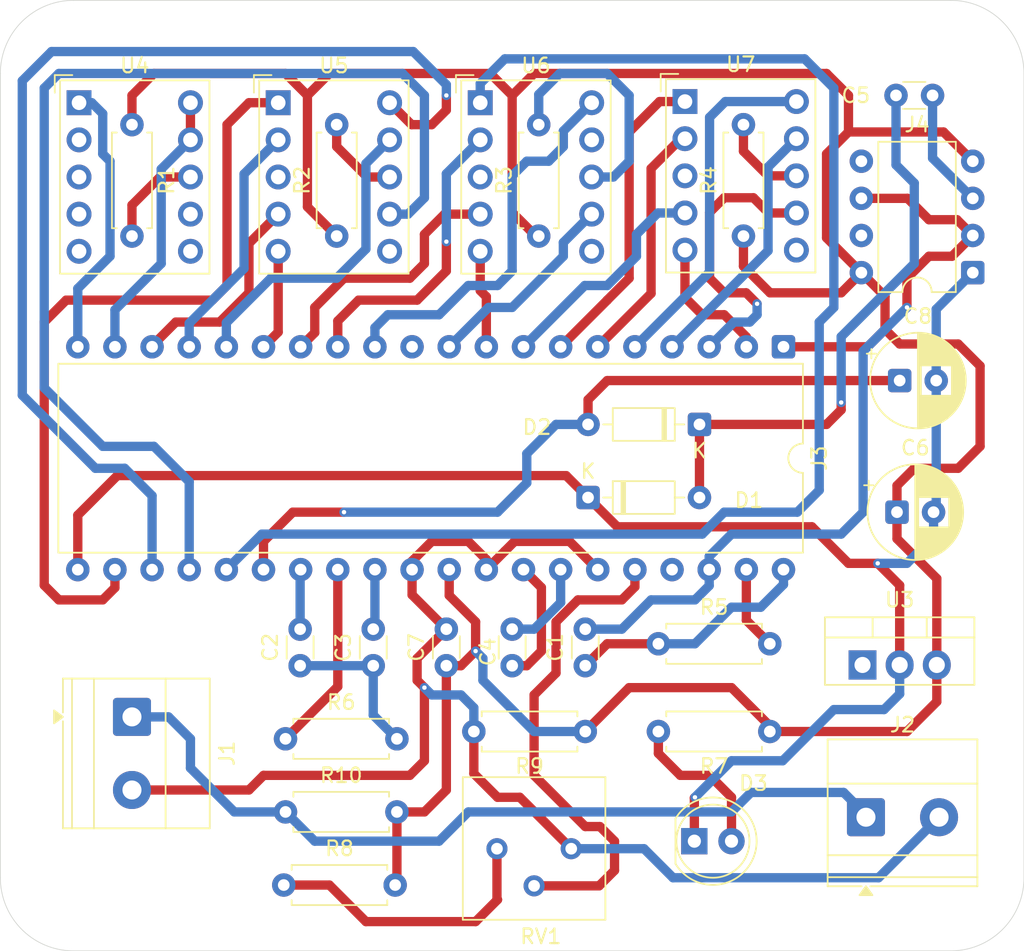
<source format=kicad_pcb>
(kicad_pcb (version 20241229) (generator "pcbnew") (generator_version "9.0")
  (title_block (title "Digital Voltmeter - 2nd Iteration") (date "2025-10-20") (rev "1.0"))
  (layers (0 "F.Cu" signal) (2 "B.Cu" signal) (13 "F.Paste" user) (15 "B.Paste" user) (5 "F.SilkS" user "F.Silkscreen") (7 "B.SilkS" user "B.Silkscreen") (1 "F.Mask" user) (3 "B.Mask" user) (25 "Edge.Cuts" user))
  (net 0 "")
  (net 1 "Net-(D1-A)")
  (net 2 "GND")
  (net 3 "Net-(D2-A)")
  (net 4 "/+5V")
  (net 5 "VCC")
  (net 6 "/ab4")
  (net 9 "/f4")
  (net 10 "Net-(R1-Pad2)")
  (net 12 "/g4")
  (net 16 "/g3")
  (net 17 "/f3")
  (net 19 "/e3")
  (net 20 "/c3")
  (net 21 "/b3")
  (net 22 "/d3")
  (net 23 "Net-(R2-Pad2)")
  (net 24 "/a3")
  (net 25 "/b2")
  (net 27 "/f2")
  (net 28 "/g2")
  (net 29 "/d2")
  (net 30 "/e2")
  (net 31 "/a2")
  (net 32 "Net-(R3-Pad2)")
  (net 33 "/c2")
  (net 34 "/a1")
  (net 35 "/c1")
  (net 36 "/e1")
  (net 37 "/g1")
  (net 38 "/f1")
  (net 40 "/b1")
  (net 41 "/d1")
  (net 42 "Net-(R4-Pad2)")
  (net 44 "Net-(J3-Pin_39)")
  (net 45 "Net-(J3-Pin_40)")
  (net 46 "Net-(C2-Pad1)")
  (net 47 "Net-(J3-Pin_28)")
  (net 48 "Net-(D3-A)")
  (net 49 "Net-(R8-Pad2)")
  (net 50 "Net-(J1-Pin_2)")
  (net 51 "Net-(J1-Pin_1)")
  (net 52 "/cl")
  (net 53 "Net-(J3-Pin_27)")
  (net 54 "Net-(J3-Pin_29)")
  (net 55 "Net-(J3-Pin_33)")
  (net 56 "Net-(J3-Pin_34)")
  (net 57 "Net-(J4-Pin_3)")
  (net 59 "Net-(J3-Pin_36)")
  (footprint "Package_TO_SOT_THT:TO-220-3_Vertical" (layer "F.Cu") (at 173.46 114.95)
    (property "Reference" "U3")
    (property "Value" "LM7805_TO220")
  )
  (footprint "Capacitor_THT:CP_Radial_D6.3mm_P2.50mm" (layer "F.Cu") (at 176 95.5)
    (property "Reference" "C8")
    (property "Value" "10uF")
  )
  (footprint "Resistor_THT:R_Axial_DIN0207_L6.3mm_D2.5mm_P7.62mm_Horizontal" (layer "F.Cu") (at 154.5 119.5 180)
    (property "Reference" "R9")
    (property "Value" "10K")
  )
  (footprint "Resistor_THT:R_Axial_DIN0207_L6.3mm_D2.5mm_P7.62mm_Horizontal" (layer "F.Cu") (at 137.5 85.62 90)
    (property "Reference" "R2")
    (property "Value" "1K")
  )
  (footprint "TerminalBlock_Phoenix:TerminalBlock_Phoenix_MKDS-1,5-2_1x02_P5.00mm_Horizontal" (layer "F.Cu") (at 123.5 118.5 -90)
    (property "Reference" "J1")
    (property "Value" "Screw_Terminal_01x02")
  )
  (footprint "Capacitor_THT:C_Disc_D3.0mm_W1.6mm_P2.50mm" (layer "F.Cu") (at 145 115 90)
    (property "Reference" "C7")
    (property "Value" "100nF")
  )
  (footprint "LED_THT:LED_D5.0mm" (layer "F.Cu") (at 161.96 127)
    (property "Reference" "D3")
    (property "Value" "LED")
  )
  (footprint "Resistor_THT:R_Axial_DIN0207_L6.3mm_D2.5mm_P7.62mm_Horizontal" (layer "F.Cu") (at 159.5 113.5)
    (property "Reference" "R5")
    (property "Value" "120K")
  )
  (footprint "Display_7Segment:Sx39-1xxxxx" (layer "F.Cu") (at 147.3175 76.5)
    (property "Reference" "U6")
    (property "Value" "SA39-11EWA")
  )
  (footprint "Resistor_THT:R_Axial_DIN0207_L6.3mm_D2.5mm_P7.62mm_Horizontal" (layer "F.Cu") (at 141.62 120 180)
    (property "Reference" "R6")
    (property "Value" "47K")
  )
  (footprint "Capacitor_THT:C_Disc_D3.0mm_W1.6mm_P2.50mm" (layer "F.Cu") (at 178.25 76 180)
    (property "Reference" "C5")
    (property "Value" "100nF")
  )
  (footprint "Display_7Segment:Sx39-1xxxxx" (layer "F.Cu") (at 133.5 76.5)
    (property "Reference" "U5")
    (property "Value" "SA39-11EWA")
  )
  (footprint "Resistor_THT:R_Axial_DIN0207_L6.3mm_D2.5mm_P7.62mm_Horizontal" (layer "F.Cu") (at 141.5 130 180)
    (property "Reference" "R8")
    (property "Value" "22K" (hide yes))
  )
  (footprint "Resistor_THT:R_Axial_DIN0207_L6.3mm_D2.5mm_P7.62mm_Horizontal" (layer "F.Cu") (at 141.62 125 180)
    (property "Reference" "R10")
    (property "Value" "1M")
  )
  (footprint "Resistor_THT:R_Axial_DIN0207_L6.3mm_D2.5mm_P7.62mm_Horizontal" (layer "F.Cu") (at 123.5 78 -90)
    (property "Reference" "R1")
    (property "Value" "1K")
  )
  (footprint "Capacitor_THT:C_Disc_D3.0mm_W1.6mm_P2.50mm" (layer "F.Cu") (at 135 115 90)
    (property "Reference" "C2")
    (property "Value" "220nF")
  )
  (footprint "Resistor_THT:R_Axial_DIN0207_L6.3mm_D2.5mm_P7.62mm_Horizontal" (layer "F.Cu") (at 165.3175 85.62 90)
    (property "Reference" "R4")
    (property "Value" "1K")
  )
  (footprint "Resistor_THT:R_Axial_DIN0207_L6.3mm_D2.5mm_P7.62mm_Horizontal" (layer "F.Cu") (at 167.12 119.5 180)
    (property "Reference" "R7")
    (property "Value" "1K")
  )
  (footprint "Potentiometer_THT:Potentiometer_Bourns_3386P_Vertical" (layer "F.Cu") (at 148.46 127.515 -90)
    (property "Reference" "RV1")
    (property "Value" "5K")
  )
  (footprint "Capacitor_THT:C_Disc_D3.0mm_W1.6mm_P2.50mm" (layer "F.Cu") (at 149.5 115 90)
    (property "Reference" "C4")
    (property "Value" "100nF")
  )
  (footprint "Capacitor_THT:C_Disc_D3.0mm_W1.6mm_P2.50mm" (layer "F.Cu") (at 154.5 115 90)
    (property "Reference" "C1")
    (property "Value" "100pF")
  )
  (footprint "TerminalBlock_Phoenix:TerminalBlock_Phoenix_MKDS-1,5-2_1x02_P5.00mm_Horizontal" (layer "F.Cu") (at 173.695 125.3625)
    (property "Reference" "J2")
    (property "Value" "Screw_Terminal_01x02")
  )
  (footprint "Package_DIP:DIP-40_W15.24mm" (layer "F.Cu") (at 168.055 93.19 -90)
    (property "Reference" "J3")
    (property "Value" "ICL_7107_Conn_02x20_Counter_Clockwise")
  )
  (footprint "Capacitor_THT:CP_Radial_D6.3mm_P2.50mm" (layer "F.Cu") (at 175.817621 104.5)
    (property "Reference" "C6")
    (property "Value" "10uF")
  )
  (footprint "Package_DIP:DIP-8_W7.62mm" (layer "F.Cu") (at 181 88.12 180)
    (property "Reference" "J4")
    (property "Value" "LM555_Conn_02x04_Counter_Clockwise")
  )
  (footprint "Display_7Segment:Sx39-1xxxxx" (layer "F.Cu") (at 161.3175 76.42)
    (property "Reference" "U7")
    (property "Value" "SA39-11EWA")
  )
  (footprint "Diode_THT:D_DO-35_SOD27_P7.62mm_Horizontal" (layer "F.Cu") (at 154.69 103.5)
    (property "Reference" "D1")
    (property "Value" "1N4148")
  )
  (footprint "Capacitor_THT:C_Disc_D3.0mm_W1.6mm_P2.50mm" (layer "F.Cu") (at 140 115 90)
    (property "Reference" "C3")
    (property "Value" "47nF")
  )
  (footprint "Diode_THT:D_DO-35_SOD27_P7.62mm_Horizontal" (layer "F.Cu") (at 162.31 98.5 180)
    (property "Reference" "D2")
    (property "Value" "1N4148")
  )
  (footprint "Resistor_THT:R_Axial_DIN0207_L6.3mm_D2.5mm_P7.62mm_Horizontal" (layer "F.Cu") (at 151.3175 85.62 90)
    (property "Reference" "R3")
    (property "Value" "1K")
  )
  (footprint "Display_7Segment:Sx39-1xxxxx" (layer "F.Cu") (at 119.88 76.5)
    (property "Reference" "U4")
    (property "Value" "SA39-11EWA")
  )
  (gr_arc (start 119.5 134.5) (mid 115.964466 133.035534) (end 114.5 129.5) (stroke (width 0.05)) (layer "Edge.Cuts"))
  (gr_line (start 119.5 134.5) (end 179.5 134.5) (stroke (width 0.05)) (layer "Edge.Cuts"))
  (gr_line (start 114.5 129.5) (end 114.5 74.5) (stroke (width 0.05)) (layer "Edge.Cuts"))
  (gr_arc (start 184.5 129.5) (mid 183.035534 133.035534) (end 179.5 134.5) (stroke (width 0.05)) (layer "Edge.Cuts"))
  (gr_arc (start 114.5 74.5) (mid 115.964466 70.964466) (end 119.5 69.5) (stroke (width 0.05)) (layer "Edge.Cuts"))
  (gr_line (start 184.5 129.5) (end 184.5 74.5) (stroke (width 0.05)) (layer "Edge.Cuts"))
  (gr_arc (start 179.5 69.5) (mid 183.035534 70.964466) (end 184.5 74.5) (stroke (width 0.05)) (layer "Edge.Cuts"))
  (gr_line (start 119.5 69.5) (end 179.5 69.5) (stroke (width 0.05)) (layer "Edge.Cuts"))
  (segment (start 171 98.5) (end 162.31 98.5) (width 0.635) (layer "F.Cu") (net 1))
  (segment (start 162.31 98.5) (end 162.31 103.5) (width 0.635) (layer "F.Cu") (net 1))
  (segment (start 172 97.5) (end 171 98.5) (width 0.635) (layer "F.Cu") (net 1))
  (segment (start 172 97) (end 172 97.5) (width 0.635) (layer "F.Cu") (net 1))
  (via (at 172 97) (size 0.5) (drill 0.3) (layers "F.Cu" "B.Cu") (net 1))
  (segment (start 175.75 76) (end 175.75 80.75) (width 0.635) (layer "B.Cu") (net 1))
  (segment (start 172 92.5) (end 172 97) (width 0.635) (layer "B.Cu") (net 1))
  (segment (start 175.75 80.75) (end 177 82) (width 0.635) (layer "B.Cu") (net 1))
  (segment (start 177 82) (end 177 87.5) (width 0.635) (layer "B.Cu") (net 1))
  (segment (start 177 87.5) (end 172 92.5) (width 0.635) (layer "B.Cu") (net 1))
  (segment (start 174.5 108) (end 176 109.5) (width 0.635) (layer "F.Cu") (net 2))
  (segment (start 119.795 108.43) (end 119.795 104.705) (width 0.635) (layer "F.Cu") (net 2))
  (segment (start 176 109.5) (end 176 114.95) (width 0.635) (layer "F.Cu") (net 2))
  (segment (start 161.96 127) (end 161.96 124.04) (width 0.635) (layer "F.Cu") (net 2))
  (segment (start 154.69 103.5) (end 156.69 105.5) (width 0.635) (layer "F.Cu") (net 2))
  (segment (start 119.795 104.705) (end 122.5 102) (width 0.635) (layer "F.Cu") (net 2))
  (segment (start 161.96 124.04) (end 162 124) (width 0.635) (layer "F.Cu") (net 2))
  (segment (start 122.5 102) (end 153.19 102) (width 0.635) (layer "F.Cu") (net 2))
  (segment (start 172.5 108) (end 174.5 108) (width 0.635) (layer "F.Cu") (net 2))
  (segment (start 156.69 105.5) (end 170 105.5) (width 0.635) (layer "F.Cu") (net 2))
  (segment (start 170 105.5) (end 172.5 108) (width 0.635) (layer "F.Cu") (net 2))
  (segment (start 153.19 102) (end 154.69 103.5) (width 0.635) (layer "F.Cu") (net 2))
  (via (at 174.5 108) (size 0.5) (drill 0.3) (layers "F.Cu" "B.Cu") (net 2))
  (via (at 162 124) (size 0.5) (drill 0.3) (layers "F.Cu" "B.Cu") (net 2))
  (segment (start 178.317621 106.182379) (end 176.5 108) (width 0.635) (layer "B.Cu") (net 2))
  (segment (start 178.5 90.62) (end 181 88.12) (width 0.635) (layer "B.Cu") (net 2))
  (segment (start 178.5 95.5) (end 178.5 90.62) (width 0.635) (layer "B.Cu") (net 2))
  (segment (start 178.5 104.317621) (end 178.317621 104.5) (width 0.635) (layer "B.Cu") (net 2))
  (segment (start 162 124) (end 164.5 121.5) (width 0.635) (layer "B.Cu") (net 2))
  (segment (start 178.317621 104.5) (end 178.317621 106.182379) (width 0.635) (layer "B.Cu") (net 2))
  (segment (start 178.5 95.5) (end 178.5 104.317621) (width 0.635) (layer "B.Cu") (net 2))
  (segment (start 168 121.5) (end 171.5 118) (width 0.635) (layer "B.Cu") (net 2))
  (segment (start 174.931 118) (end 176 116.931) (width 0.635) (layer "B.Cu") (net 2))
  (segment (start 171.5 118) (end 174.931 118) (width 0.635) (layer "B.Cu") (net 2))
  (segment (start 164.5 121.5) (end 168 121.5) (width 0.635) (layer "B.Cu") (net 2))
  (segment (start 176.5 108) (end 174.5 108) (width 0.635) (layer "B.Cu") (net 2))
  (segment (start 176 116.931) (end 176 114.95) (width 0.635) (layer "B.Cu") (net 2))
  (segment (start 154.69 96.81) (end 154.69 98.5) (width 0.635) (layer "F.Cu") (net 3))
  (segment (start 132.495 106.505) (end 132.495 108.43) (width 0.635) (layer "F.Cu") (net 3))
  (segment (start 134.5 104.5) (end 132.495 106.505) (width 0.635) (layer "F.Cu") (net 3))
  (segment (start 138 104.5) (end 134.5 104.5) (width 0.635) (layer "F.Cu") (net 3))
  (segment (start 156 95.5) (end 154.69 96.81) (width 0.635) (layer "F.Cu") (net 3))
  (segment (start 176 95.5) (end 156 95.5) (width 0.635) (layer "F.Cu") (net 3))
  (via (at 138 104.5) (size 0.5) (drill 0.3) (layers "F.Cu" "B.Cu") (net 3))
  (segment (start 148.5 104.5) (end 150.5 102.5) (width 0.635) (layer "B.Cu") (net 3))
  (segment (start 152.5 98.5) (end 154.69 98.5) (width 0.635) (layer "B.Cu") (net 3))
  (segment (start 150.5 102.5) (end 150.5 100.5) (width 0.635) (layer "B.Cu") (net 3))
  (segment (start 150.5 100.5) (end 152.5 98.5) (width 0.635) (layer "B.Cu") (net 3))
  (segment (start 138 104.5) (end 148.5 104.5) (width 0.635) (layer "B.Cu") (net 3))
  (segment (start 146 115) (end 145 115) (width 0.635) (layer "F.Cu") (net 4))
  (segment (start 135.5 83.62) (end 135.5 76) (width 0.635) (layer "F.Cu") (net 4))
  (segment (start 151.12 85.62) (end 151.3175 85.62) (width 0.635) (layer "F.Cu") (net 4))
  (segment (start 137.5 85.62) (end 135.5 83.62) (width 0.635) (layer "F.Cu") (net 4))
  (segment (start 123.5 76) (end 125 74.5) (width 0.635) (layer "F.Cu") (net 4))
  (segment (start 175 92) (end 175 89.74) (width 0.635) (layer "F.Cu") (net 4))
  (segment (start 175.817621 102.682379) (end 177 101.5) (width 0.635) (layer "F.Cu") (net 4))
  (segment (start 145 123.5) (end 145 115) (width 0.635) (layer "F.Cu") (net 4))
  (segment (start 168.055 93.19) (end 173.81 93.19) (width 0.635) (layer "F.Cu") (net 4))
  (segment (start 154.5 119.5) (end 157.5 116.5) (width 0.635) (layer "F.Cu") (net 4))
  (segment (start 141.62 125) (end 143.5 125) (width 0.635) (layer "F.Cu") (net 4))
  (segment (start 157.5 116.5) (end 164.5 116.5) (width 0.635) (layer "F.Cu") (net 4))
  (segment (start 149.5 76) (end 149.5 84) (width 0.635) (layer "F.Cu") (net 4))
  (segment (start 134 74.5) (end 135.5 76) (width 0.635) (layer "F.Cu") (net 4))
  (segment (start 164.5 116.5) (end 167.12 119.12) (width 0.635) (layer "F.Cu") (net 4))
  (segment (start 167.12 119.12) (end 167.12 119.5) (width 0.635) (layer "F.Cu") (net 4))
  (segment (start 147 112) (end 147 114) (width 0.635) (layer "F.Cu") (net 4))
  (segment (start 177 101.5) (end 180 101.5) (width 0.635) (layer "F.Cu") (net 4))
  (segment (start 171 85.74) (end 171 80) (width 0.635) (layer "F.Cu") (net 4))
  (segment (start 178.54 117.46) (end 178.54 114.95) (width 0.635) (layer "F.Cu") (net 4))
  (segment (start 165.3175 87.6825) (end 165.3175 85.62) (width 0.635) (layer "F.Cu") (net 4))
  (segment (start 171 80) (end 172.5 78.5) (width 0.635) (layer "F.Cu") (net 4))
  (segment (start 176.5 119.5) (end 178.54 117.46) (width 0.635) (layer "F.Cu") (net 4))
  (segment (start 180 101.5) (end 181.5 100) (width 0.635) (layer "F.Cu") (net 4))
  (segment (start 151 74.5) (end 171 74.5) (width 0.635) (layer "F.Cu") (net 4))
  (segment (start 125 74.5) (end 134 74.5) (width 0.635) (layer "F.Cu") (net 4))
  (segment (start 178.54 114.95) (end 178.54 109.04) (width 0.635) (layer "F.Cu") (net 4))
  (segment (start 141.62 129.88) (end 141.5 130) (width 0.635) (layer "F.Cu") (net 4))
  (segment (start 171 74.5) (end 172.5 76) (width 0.635) (layer "F.Cu") (net 4))
  (segment (start 149.5 76) (end 151 74.5) (width 0.635) (layer "F.Cu") (net 4))
  (segment (start 145.195 108.43) (end 145.195 110.195) (width 0.635) (layer "F.Cu") (net 4))
  (segment (start 148 74.5) (end 149.5 76) (width 0.635) (layer "F.Cu") (net 4))
  (segment (start 181.5 100) (end 181.5 94.5) (width 0.635) (layer "F.Cu") (net 4))
  (segment (start 173.81 93.19) (end 175 92) (width 0.635) (layer "F.Cu") (net 4))
  (segment (start 173.38 88.12) (end 171 85.74) (width 0.635) (layer "F.Cu") (net 4))
  (segment (start 141.62 125) (end 141.62 129.88) (width 0.635) (layer "F.Cu") (net 4))
  (segment (start 165.3175 87.6825) (end 167.135 89.5) (width 0.635) (layer "F.Cu") (net 4))
  (segment (start 179 78.5) (end 181 80.5) (width 0.635) (layer "F.Cu") (net 4))
  (segment (start 175 89.74) (end 173.38 88.12) (width 0.635) (layer "F.Cu") (net 4))
  (segment (start 149.5 84) (end 151.12 85.62) (width 0.635) (layer "F.Cu") (net 4))
  (segment (start 123.5 78) (end 123.5 76) (width 0.635) (layer "F.Cu") (net 4))
  (segment (start 176 93) (end 175 92) (width 0.635) (layer "F.Cu") (net 4))
  (segment (start 181.5 94.5) (end 180 93) (width 0.635) (layer "F.Cu") (net 4))
  (segment (start 175.817621 104.5) (end 175.817621 102.682379) (width 0.635) (layer "F.Cu") (net 4))
  (segment (start 137 74.5) (end 148 74.5) (width 0.635) (layer "F.Cu") (net 4))
  (segment (start 167.12 119.5) (end 176.5 119.5) (width 0.635) (layer "F.Cu") (net 4))
  (segment (start 175.817621 106.317621) (end 175.817621 104.5) (width 0.635) (layer "F.Cu") (net 4))
  (segment (start 167.135 89.5) (end 172 89.5) (width 0.635) (layer "F.Cu") (net 4))
  (segment (start 172.5 78.5) (end 179 78.5) (width 0.635) (layer "F.Cu") (net 4))
  (segment (start 135.5 76) (end 137 74.5) (width 0.635) (layer "F.Cu") (net 4))
  (segment (start 172 89.5) (end 173.38 88.12) (width 0.635) (layer "F.Cu") (net 4))
  (segment (start 180 93) (end 176 93) (width 0.635) (layer "F.Cu") (net 4))
  (segment (start 145.195 110.195) (end 147 112) (width 0.635) (layer "F.Cu") (net 4))
  (segment (start 172.5 76) (end 172.5 78.5) (width 0.635) (layer "F.Cu") (net 4))
  (segment (start 147 114) (end 146 115) (width 0.635) (layer "F.Cu") (net 4))
  (segment (start 143.5 125) (end 145 123.5) (width 0.635) (layer "F.Cu") (net 4))
  (segment (start 178.54 109.04) (end 175.817621 106.317621) (width 0.635) (layer "F.Cu") (net 4))
  (via (at 147 114) (size 0.5) (drill 0.3) (layers "F.Cu" "B.Cu") (net 4))
  (segment (start 147.5 114.5) (end 147.5 116) (width 0.635) (layer "B.Cu") (net 4))
  (segment (start 147.5 116) (end 151 119.5) (width 0.635) (layer "B.Cu") (net 4))
  (segment (start 147 114) (end 147.5 114.5) (width 0.635) (layer "B.Cu") (net 4))
  (segment (start 151 119.5) (end 154.5 119.5) (width 0.635) (layer "B.Cu") (net 4))
  (segment (start 127.5 76.5) (end 127.5 79.04) (width 0.635) (layer "F.Cu") (net 6))
  (segment (start 122.335 90.665001) (end 122.335 93.19) (width 0.635) (layer "B.Cu") (net 6))
  (segment (start 127.5 79.04) (end 125.5 81.04) (width 0.635) (layer "B.Cu") (net 6))
  (segment (start 125.5 81.04) (end 125.5 87.500001) (width 0.635) (layer "B.Cu") (net 6))
  (segment (start 125.5 87.500001) (end 122.335 90.665001) (width 0.635) (layer "B.Cu") (net 6))
  (segment (start 123.5 85.62) (end 123.5 83.5) (width 0.635) (layer "F.Cu") (net 10))
  (segment (start 123.5 83.5) (end 125.42 81.58) (width 0.635) (layer "F.Cu") (net 10))
  (segment (start 125.42 81.58) (end 127.5 81.58) (width 0.635) (layer "F.Cu") (net 10))
  (segment (start 122 80.5) (end 122 87) (width 0.635) (layer "B.Cu") (net 12))
  (segment (start 119.795 89.205) (end 119.795 93.19) (width 0.635) (layer "B.Cu") (net 12))
  (segment (start 119.88 76.5) (end 120.75 76.5) (width 0.635) (layer "B.Cu") (net 12))
  (segment (start 121.5 77.25) (end 121.5 80) (width 0.635) (layer "B.Cu") (net 12))
  (segment (start 120.75 76.5) (end 121.5 77.25) (width 0.635) (layer "B.Cu") (net 12))
  (segment (start 122 87) (end 119.795 89.205) (width 0.635) (layer "B.Cu") (net 12))
  (segment (start 121.5 80) (end 122 80.5) (width 0.635) (layer "B.Cu") (net 12))
  (segment (start 117.5 109.5) (end 118.5 110.5) (width 0.635) (layer "F.Cu") (net 16))
  (segment (start 122.335 109.665) (end 122.335 108.43) (width 0.635) (layer "F.Cu") (net 16))
  (segment (start 119 90) (end 117.5 91.5) (width 0.635) (layer "F.Cu") (net 16))
  (segment (start 131.5 76.5) (end 130 78) (width 0.635) (layer "F.Cu") (net 16))
  (segment (start 117.5 91.5) (end 117.5 109.5) (width 0.635) (layer "F.Cu") (net 16))
  (segment (start 129 90) (end 119 90) (width 0.635) (layer "F.Cu") (net 16))
  (segment (start 118.5 110.5) (end 121.5 110.5) (width 0.635) (layer "F.Cu") (net 16))
  (segment (start 130 89) (end 129 90) (width 0.635) (layer "F.Cu") (net 16))
  (segment (start 130 78) (end 130 89) (width 0.635) (layer "F.Cu") (net 16))
  (segment (start 121.5 110.5) (end 122.335 109.665) (width 0.635) (layer "F.Cu") (net 16))
  (segment (start 133.5 76.5) (end 131.5 76.5) (width 0.635) (layer "F.Cu") (net 16))
  (segment (start 131.164 87.836) (end 127.415 91.585) (width 0.635) (layer "B.Cu") (net 17))
  (segment (start 127.415 91.585) (end 127.415 93.19) (width 0.635) (layer "B.Cu") (net 17))
  (segment (start 133.5 79.04) (end 131.164 81.376) (width 0.635) (layer "B.Cu") (net 17))
  (segment (start 131.164 81.376) (end 131.164 87.836) (width 0.635) (layer "B.Cu") (net 17))
  (segment (start 126.5 91.5) (end 129.5 91.5) (width 0.635) (layer "F.Cu") (net 19))
  (segment (start 124.875 93.125) (end 126.5 91.5) (width 0.635) (layer "F.Cu") (net 19))
  (segment (start 129.5 91.5) (end 131.5 89.5) (width 0.635) (layer "F.Cu") (net 19))
  (segment (start 124.875 93.19) (end 124.875 93.125) (width 0.635) (layer "F.Cu") (net 19))
  (segment (start 131.5 86.12) (end 133.5 84.12) (width 0.635) (layer "F.Cu") (net 19))
  (segment (start 131.5 89.5) (end 131.5 86.12) (width 0.635) (layer "F.Cu") (net 19))
  (segment (start 142 74.5) (end 143.5 76) (width 0.635) (layer "B.Cu") (net 20))
  (segment (start 127.415 102.414999) (end 125.000001 100) (width 0.635) (layer "B.Cu") (net 20))
  (segment (start 143.5 83) (end 142.38 84.12) (width 0.635) (layer "B.Cu") (net 20))
  (segment (start 118.5 74.5) (end 142 74.5) (width 0.635) (layer "B.Cu") (net 20))
  (segment (start 127.415 108.43) (end 127.415 102.414999) (width 0.635) (layer "B.Cu") (net 20))
  (segment (start 117.5 96) (end 117.5 75.5) (width 0.635) (layer "B.Cu") (net 20))
  (segment (start 117.5 75.5) (end 118.5 74.5) (width 0.635) (layer "B.Cu") (net 20))
  (segment (start 143.5 76) (end 143.5 83) (width 0.635) (layer "B.Cu") (net 20))
  (segment (start 125.000001 100) (end 121.5 100) (width 0.635) (layer "B.Cu") (net 20))
  (segment (start 121.5 100) (end 117.5 96) (width 0.635) (layer "B.Cu") (net 20))
  (segment (start 142.38 84.12) (end 141.12 84.12) (width 0.635) (layer "B.Cu") (net 20))
  (segment (start 141.12 79.04) (end 139.5 80.66) (width 0.635) (layer "B.Cu") (net 21))
  (segment (start 139.5 80.66) (end 139.5 86.5) (width 0.635) (layer "B.Cu") (net 21))
  (segment (start 129.955 91.545) (end 129.955 93.19) (width 0.635) (layer "B.Cu") (net 21))
  (segment (start 137.5 88.5) (end 133 88.5) (width 0.635) (layer "B.Cu") (net 21))
  (segment (start 139.5 86.5) (end 137.5 88.5) (width 0.635) (layer "B.Cu") (net 21))
  (segment (start 133 88.5) (end 129.955 91.545) (width 0.635) (layer "B.Cu") (net 21))
  (segment (start 133.5 92.185) (end 133.5 86.66) (width 0.635) (layer "F.Cu") (net 22))
  (segment (start 132.495 93.19) (end 133.5 92.185) (width 0.635) (layer "F.Cu") (net 22))
  (segment (start 137.5 79.5) (end 139.58 81.58) (width 0.635) (layer "F.Cu") (net 23))
  (segment (start 139.58 81.58) (end 141.12 81.58) (width 0.635) (layer "F.Cu") (net 23))
  (segment (start 137.5 78) (end 137.5 79.5) (width 0.635) (layer "F.Cu") (net 23))
  (segment (start 145 77) (end 144 78) (width 0.635) (layer "F.Cu") (net 24))
  (segment (start 142.62 78) (end 141.12 76.5) (width 0.635) (layer "F.Cu") (net 24))
  (segment (start 145 76) (end 145 77) (width 0.635) (layer "F.Cu") (net 24))
  (segment (start 144 78) (end 142.62 78) (width 0.635) (layer "F.Cu") (net 24))
  (via (at 145 76) (size 0.5) (drill 0.3) (layers "F.Cu" "B.Cu") (net 24))
  (segment (start 121 101.5) (end 116 96.5) (width 0.635) (layer "B.Cu") (net 24))
  (segment (start 145 75.2675) (end 145 76) (width 0.635) (layer "B.Cu") (net 24))
  (segment (start 116 75) (end 118 73) (width 0.635) (layer "B.Cu") (net 24))
  (segment (start 142.7325 73) (end 145 75.2675) (width 0.635) (layer "B.Cu") (net 24))
  (segment (start 124.875 108.43) (end 124.875 103.375) (width 0.635) (layer "B.Cu") (net 24))
  (segment (start 118 73) (end 142.7325 73) (width 0.635) (layer "B.Cu") (net 24))
  (segment (start 124.875 103.375) (end 123 101.5) (width 0.635) (layer "B.Cu") (net 24))
  (segment (start 116 96.5) (end 116 75) (width 0.635) (layer "B.Cu") (net 24))
  (segment (start 123 101.5) (end 121 101.5) (width 0.635) (layer "B.Cu") (net 24))
  (segment (start 143 90) (end 145 88) (width 0.635) (layer "F.Cu") (net 27))
  (segment (start 137.575 91.425) (end 139 90) (width 0.635) (layer "F.Cu") (net 27))
  (segment (start 137.575 93.19) (end 137.575 91.425) (width 0.635) (layer "F.Cu") (net 27))
  (segment (start 139 90) (end 143 90) (width 0.635) (layer "F.Cu") (net 27))
  (segment (start 145 88) (end 145 86) (width 0.635) (layer "F.Cu") (net 27))
  (via (at 145 86) (size 0.6) (drill 0.3) (layers "F.Cu" "B.Cu") (net 27))
  (segment (start 145 81.3575) (end 147.3175 79.04) (width 0.635) (layer "B.Cu") (net 27))
  (segment (start 145 86) (end 145 81.3575) (width 0.635) (layer "B.Cu") (net 27))
  (segment (start 164 104.5) (end 162.5 106) (width 0.635) (layer "B.Cu") (net 28))
  (segment (start 171.5 90.5) (end 170.5 91.5) (width 0.635) (layer "B.Cu") (net 28))
  (segment (start 169.5 73.5) (end 171.5 75.5) (width 0.635) (layer "B.Cu") (net 28))
  (segment (start 170.5 103) (end 169 104.5) (width 0.635) (layer "B.Cu") (net 28))
  (segment (start 171.5 75.5) (end 171.5 90.5) (width 0.635) (layer "B.Cu") (net 28))
  (segment (start 132.385 106) (end 129.955 108.43) (width 0.635) (layer "B.Cu") (net 28))
  (segment (start 147.3175 76.5) (end 147.3175 75.1825) (width 0.635) (layer "B.Cu") (net 28))
  (segment (start 147.3175 75.1825) (end 149 73.5) (width 0.635) (layer "B.Cu") (net 28))
  (segment (start 149 73.5) (end 169.5 73.5) (width 0.635) (layer "B.Cu") (net 28))
  (segment (start 162.5 106) (end 132.385 106) (width 0.635) (layer "B.Cu") (net 28))
  (segment (start 169 104.5) (end 164 104.5) (width 0.635) (layer "B.Cu") (net 28))
  (segment (start 170.5 91.5) (end 170.5 103) (width 0.635) (layer "B.Cu") (net 28))
  (segment (start 147.3175 86.66) (end 147.3175 89.3475) (width 0.635) (layer "F.Cu") (net 29))
  (segment (start 147.3175 89.3475) (end 147.735 89.765) (width 0.635) (layer "F.Cu") (net 29))
  (segment (start 147.735 89.765) (end 147.735 93.19) (width 0.635) (layer "F.Cu") (net 29))
  (segment (start 143.5 85.5) (end 144.88 84.12) (width 0.635) (layer "F.Cu") (net 30))
  (segment (start 135.035 93.19) (end 136 92.225) (width 0.635) (layer "F.Cu") (net 30))
  (segment (start 142.5 88.5) (end 143.5 87.5) (width 0.635) (layer "F.Cu") (net 30))
  (segment (start 138 88.5) (end 142.5 88.5) (width 0.635) (layer "F.Cu") (net 30))
  (segment (start 136 92.225) (end 136 90.5) (width 0.635) (layer "F.Cu") (net 30))
  (segment (start 143.5 87.5) (end 143.5 85.5) (width 0.635) (layer "F.Cu") (net 30))
  (segment (start 144.88 84.12) (end 147.3175 84.12) (width 0.635) (layer "F.Cu") (net 30))
  (segment (start 136 90.5) (end 138 88.5) (width 0.635) (layer "F.Cu") (net 30))
  (segment (start 141 91) (end 144.5 91) (width 0.635) (layer "B.Cu") (net 31))
  (segment (start 140.115 91.885) (end 141 91) (width 0.635) (layer "B.Cu") (net 31))
  (segment (start 146.5 89) (end 148.5 89) (width 0.635) (layer "B.Cu") (net 31))
  (segment (start 140.115 93.19) (end 140.115 91.885) (width 0.635) (layer "B.Cu") (net 31))
  (segment (start 148.5 89) (end 149.5 88) (width 0.635) (layer "B.Cu") (net 31))
  (segment (start 152 80.5) (end 153 79.5) (width 0.635) (layer "B.Cu") (net 31))
  (segment (start 149.5 81.5) (end 150.5 80.5) (width 0.635) (layer "B.Cu") (net 31))
  (segment (start 153 78.4375) (end 154.9375 76.5) (width 0.635) (layer "B.Cu") (net 31))
  (segment (start 153 79.5) (end 153 78.4375) (width 0.635) (layer "B.Cu") (net 31))
  (segment (start 150.5 80.5) (end 152 80.5) (width 0.635) (layer "B.Cu") (net 31))
  (segment (start 149.5 88) (end 149.5 81.5) (width 0.635) (layer "B.Cu") (net 31))
  (segment (start 144.5 91) (end 146.5 89) (width 0.635) (layer "B.Cu") (net 31))
  (segment (start 151.3175 78) (end 151.3175 75.9325) (width 0.635) (layer "B.Cu") (net 32))
  (segment (start 156 74.5) (end 157.5 76) (width 0.635) (layer "B.Cu") (net 32))
  (segment (start 152.75 74.5) (end 156 74.5) (width 0.635) (layer "B.Cu") (net 32))
  (segment (start 157.5 80.5) (end 156.42 81.58) (width 0.635) (layer "B.Cu") (net 32))
  (segment (start 151.3175 75.9325) (end 152.75 74.5) (width 0.635) (layer "B.Cu") (net 32))
  (segment (start 156.42 81.58) (end 154.9375 81.58) (width 0.635) (layer "B.Cu") (net 32))
  (segment (start 157.5 76) (end 157.5 80.5) (width 0.635) (layer "B.Cu") (net 32))
  (segment (start 153 86.0575) (end 154.9375 84.12) (width 0.635) (layer "B.Cu") (net 33))
  (segment (start 153 87) (end 153 86.0575) (width 0.635) (layer "B.Cu") (net 33))
  (segment (start 147.885 90.5) (end 149.5 90.5) (width 0.635) (layer "B.Cu") (net 33))
  (segment (start 145.195 93.19) (end 147.885 90.5) (width 0.635) (layer "B.Cu") (net 33))
  (segment (start 149.5 90.5) (end 153 87) (width 0.635) (layer "B.Cu") (net 33))
  (segment (start 163 77.5) (end 163 88.085) (width 0.635) (layer "B.Cu") (net 34))
  (segment (start 164.08 76.42) (end 163 77.5) (width 0.635) (layer "B.Cu") (net 34))
  (segment (start 168.9375 76.42) (end 164.08 76.42) (width 0.635) (layer "B.Cu") (net 34))
  (segment (start 163 88.085) (end 157.895 93.19) (width 0.635) (layer "B.Cu") (net 34))
  (segment (start 167.04 84.04) (end 168.9375 84.04) (width 0.635) (layer "F.Cu") (net 35))
  (segment (start 166.25 90.25) (end 165.5 89.5) (width 0.635) (layer "F.Cu") (net 35))
  (segment (start 163 88.5) (end 163 84) (width 0.635) (layer "F.Cu") (net 35))
  (segment (start 165.5 89.5) (end 164 89.5) (width 0.635) (layer "F.Cu") (net 35))
  (segment (start 164 89.5) (end 163 88.5) (width 0.635) (layer "F.Cu") (net 35))
  (segment (start 164 83) (end 166 83) (width 0.635) (layer "F.Cu") (net 35))
  (segment (start 166 83) (end 167.04 84.04) (width 0.635) (layer "F.Cu") (net 35))
  (segment (start 163 84) (end 164 83) (width 0.635) (layer "F.Cu") (net 35))
  (via (at 166.25 90.25) (size 0.5) (drill 0.3) (layers "F.Cu" "B.Cu") (net 35))
  (segment (start 165.75 91.5) (end 164.665 91.5) (width 0.635) (layer "B.Cu") (net 35))
  (segment (start 166.25 91) (end 165.75 91.5) (width 0.635) (layer "B.Cu") (net 35))
  (segment (start 164.665 91.5) (end 162.975 93.19) (width 0.635) (layer "B.Cu") (net 35))
  (segment (start 166.25 90.25) (end 166.25 91) (width 0.635) (layer "B.Cu") (net 35))
  (segment (start 158 85.5) (end 159.46 84.04) (width 0.635) (layer "B.Cu") (net 36))
  (segment (start 156 89) (end 158 87) (width 0.635) (layer "B.Cu") (net 36))
  (segment (start 159.46 84.04) (end 161.3175 84.04) (width 0.635) (layer "B.Cu") (net 36))
  (segment (start 154.465 89) (end 156 89) (width 0.635) (layer "B.Cu") (net 36))
  (segment (start 158 87) (end 158 85.5) (width 0.635) (layer "B.Cu") (net 36))
  (segment (start 150.275 93.19) (end 154.465 89) (width 0.635) (layer "B.Cu") (net 36))
  (segment (start 156 90.005) (end 152.815 93.19) (width 0.635) (layer "F.Cu") (net 37))
  (segment (start 157.5 78.5) (end 157.5 88.5) (width 0.635) (layer "F.Cu") (net 37))
  (segment (start 157.5 88.5) (end 156 90) (width 0.635) (layer "F.Cu") (net 37))
  (segment (start 161.3175 76.42) (end 159.58 76.42) (width 0.635) (layer "F.Cu") (net 37))
  (segment (start 156 90) (end 156 90.005) (width 0.635) (layer "F.Cu") (net 37))
  (segment (start 159.58 76.42) (end 157.5 78.5) (width 0.635) (layer "F.Cu") (net 37))
  (segment (start 159 81) (end 159 89.545) (width 0.635) (layer "F.Cu") (net 38))
  (segment (start 159 89.545) (end 155.355 93.19) (width 0.635) (layer "F.Cu") (net 38))
  (segment (start 161.04 78.96) (end 159 81) (width 0.635) (layer "F.Cu") (net 38))
  (segment (start 161.3175 78.96) (end 161.04 78.96) (width 0.635) (layer "F.Cu") (net 38))
  (segment (start 160.435 93.19) (end 167 86.625) (width 0.635) (layer "B.Cu") (net 40))
  (segment (start 167 86.625) (end 167 80.8975) (width 0.635) (layer "B.Cu") (net 40))
  (segment (start 167 80.8975) (end 168.9375 78.96) (width 0.635) (layer "B.Cu") (net 40))
  (segment (start 162.5 91) (end 164 91) (width 0.635) (layer "F.Cu") (net 41))
  (segment (start 164 91) (end 165.515 92.515) (width 0.635) (layer "F.Cu") (net 41))
  (segment (start 161.3175 89.8175) (end 162.5 91) (width 0.635) (layer "F.Cu") (net 41))
  (segment (start 161.3175 86.58) (end 161.3175 89.8175) (width 0.635) (layer "F.Cu") (net 41))
  (segment (start 165.515 92.515) (end 165.515 93.19) (width 0.635) (layer "F.Cu") (net 41))
  (segment (start 167 81.5) (end 168.9375 81.5) (width 0.635) (layer "F.Cu") (net 42))
  (segment (start 165.3175 79.8175) (end 167 81.5) (width 0.635) (layer "F.Cu") (net 42))
  (segment (start 165.3175 78) (end 165.3175 79.8175) (width 0.635) (layer "F.Cu") (net 42))
  (segment (start 165.515 111.895) (end 167.12 113.5) (width 0.635) (layer "F.Cu") (net 44))
  (segment (start 165.515 108.43) (end 165.515 111.895) (width 0.635) (layer "F.Cu") (net 44))
  (segment (start 156 113.5) (end 154.5 115) (width 0.635) (layer "F.Cu") (net 45))
  (segment (start 159.5 113.5) (end 156 113.5) (width 0.635) (layer "F.Cu") (net 45))
  (segment (start 168.055 109.445) (end 168.055 108.43) (width 0.635) (layer "B.Cu") (net 45))
  (segment (start 166.5 111) (end 168.055 109.445) (width 0.635) (layer "B.Cu") (net 45))
  (segment (start 159.5 113.5) (end 162 113.5) (width 0.635) (layer "B.Cu") (net 45))
  (segment (start 164.5 111) (end 166.5 111) (width 0.635) (layer "B.Cu") (net 45))
  (segment (start 162 113.5) (end 164.5 111) (width 0.635) (layer "B.Cu") (net 45))
  (segment (start 140 118.38) (end 141.62 120) (width 0.635) (layer "B.Cu") (net 46))
  (segment (start 135 115) (end 140 115) (width 0.635) (layer "B.Cu") (net 46))
  (segment (start 140 115) (end 140 118.38) (width 0.635) (layer "B.Cu") (net 46))
  (segment (start 137.575 116.425) (end 134 120) (width 0.635) (layer "F.Cu") (net 47))
  (segment (start 137.575 108.43) (end 137.575 116.425) (width 0.635) (layer "F.Cu") (net 47))
  (segment (start 159.5 119.5) (end 159.5 121) (width 0.635) (layer "F.Cu") (net 48))
  (segment (start 163 122.5) (end 164.5 124) (width 0.635) (layer "F.Cu") (net 48))
  (segment (start 161 122.5) (end 163 122.5) (width 0.635) (layer "F.Cu") (net 48))
  (segment (start 164.5 124) (end 164.5 127) (width 0.635) (layer "F.Cu") (net 48))
  (segment (start 159.5 121) (end 161 122.5) (width 0.635) (layer "F.Cu") (net 48))
  (segment (start 147 132.5) (end 148.5 131) (width 0.635) (layer "F.Cu") (net 49))
  (segment (start 137 130) (end 139.5 132.5) (width 0.635) (layer "F.Cu") (net 49))
  (segment (start 148.5 131) (end 148.46 130.96) (width 0.635) (layer "F.Cu") (net 49))
  (segment (start 148.46 130.96) (end 148.46 127.515) (width 0.635) (layer "F.Cu") (net 49))
  (segment (start 139.5 132.5) (end 147 132.5) (width 0.635) (layer "F.Cu") (net 49))
  (segment (start 133.88 130) (end 137 130) (width 0.635) (layer "F.Cu") (net 49))
  (segment (start 123.5 123.5) (end 131.5 123.5) (width 0.635) (layer "F.Cu") (net 50))
  (segment (start 153.54 127.515) (end 150.025 124) (width 0.635) (layer "F.Cu") (net 50))
  (segment (start 132.5 122.5) (end 142.5 122.5) (width 0.635) (layer "F.Cu") (net 50))
  (segment (start 142.655 108.43) (end 142.655 110.155) (width 0.635) (layer "F.Cu") (net 50))
  (segment (start 142.655 110.155) (end 145 112.5) (width 0.635) (layer "F.Cu") (net 50))
  (segment (start 155.355 108.43) (end 153.425 106.5) (width 0.635) (layer "F.Cu") (net 50))
  (segment (start 149.665 106.5) (end 149 107.165) (width 0.635) (layer "F.Cu") (net 50))
  (segment (start 150.025 124) (end 148.5 124) (width 0.635) (layer "F.Cu") (net 50))
  (segment (start 147.735 107.735) (end 146.5 106.5) (width 0.635) (layer "F.Cu") (net 50))
  (segment (start 146.5 106.5) (end 144 106.5) (width 0.635) (layer "F.Cu") (net 50))
  (segment (start 143 114.5) (end 145 112.5) (width 0.635) (layer "F.Cu") (net 50))
  (segment (start 131.5 123.5) (end 132.5 122.5) (width 0.635) (layer "F.Cu") (net 50))
  (segment (start 142.5 122.5) (end 143.5 121.5) (width 0.635) (layer "F.Cu") (net 50))
  (segment (start 144 106.5) (end 142.655 107.845) (width 0.635) (layer "F.Cu") (net 50))
  (segment (start 147.735 108.43) (end 147.735 107.735) (width 0.635) (layer "F.Cu") (net 50))
  (segment (start 153.425 106.5) (end 149.665 106.5) (width 0.635) (layer "F.Cu") (net 50))
  (segment (start 146.88 122.38) (end 146.88 119.5) (width 0.635) (layer "F.Cu") (net 50))
  (segment (start 143.5 116.5) (end 143 116) (width 0.635) (layer "F.Cu") (net 50))
  (segment (start 143 116) (end 143 114.5) (width 0.635) (layer "F.Cu") (net 50))
  (segment (start 142.655 107.845) (end 142.655 108.43) (width 0.635) (layer "F.Cu") (net 50))
  (segment (start 148.5 124) (end 146.88 122.38) (width 0.635) (layer "F.Cu") (net 50))
  (segment (start 149 107.165) (end 147.735 108.43) (width 0.635) (layer "F.Cu") (net 50))
  (segment (start 143.5 121.5) (end 143.5 116.5) (width 0.635) (layer "F.Cu") (net 50))
  (via (at 143.5 116.5) (size 0.5) (drill 0.3) (layers "F.Cu" "B.Cu") (net 50))
  (segment (start 146.88 117.88) (end 146.88 119.5) (width 0.635) (layer "B.Cu") (net 50))
  (segment (start 144 117) (end 146 117) (width 0.635) (layer "B.Cu") (net 50))
  (segment (start 146 117) (end 146.88 117.88) (width 0.635) (layer "B.Cu") (net 50))
  (segment (start 160.5 129.5) (end 174.5575 129.5) (width 0.635) (layer "B.Cu") (net 50))
  (segment (start 153.54 127.515) (end 158.515 127.515) (width 0.635) (layer "B.Cu") (net 50))
  (segment (start 174.5575 129.5) (end 178.695 125.3625) (width 0.635) (layer "B.Cu") (net 50))
  (segment (start 158.515 127.515) (end 160.5 129.5) (width 0.635) (layer "B.Cu") (net 50))
  (segment (start 143.5 116.5) (end 144 117) (width 0.635) (layer "B.Cu") (net 50))
  (segment (start 123.538837 118.538837) (end 124.538837 118.538837) (width 0.635) (layer "F.Cu") (net 51))
  (segment (start 123.5 118.5) (end 123.538837 118.538837) (width 0.635) (layer "F.Cu") (net 51))
  (segment (start 127.5 122) (end 130.5 125) (width 0.635) (layer "B.Cu") (net 51))
  (segment (start 134 125) (end 136 127) (width 0.635) (layer "B.Cu") (net 51))
  (segment (start 146.5 125) (end 164.5 125) (width 0.635) (layer "B.Cu") (net 51))
  (segment (start 127.5 120) (end 127.5 122) (width 0.635) (layer "B.Cu") (net 51))
  (segment (start 136 127) (end 144.5 127) (width 0.635) (layer "B.Cu") (net 51))
  (segment (start 123.5 118.5) (end 126 118.5) (width 0.635) (layer "B.Cu") (net 51))
  (segment (start 144.5 127) (end 146.5 125) (width 0.635) (layer "B.Cu") (net 51))
  (segment (start 173.695 125.195) (end 173.695 125.3625) (width 0.635) (layer "B.Cu") (net 51))
  (segment (start 126 118.5) (end 127.5 120) (width 0.635) (layer "B.Cu") (net 51))
  (segment (start 164.5 125) (end 165.8325 123.6675) (width 0.635) (layer "B.Cu") (net 51))
  (segment (start 172.1675 123.6675) (end 173.695 125.195) (width 0.635) (layer "B.Cu") (net 51))
  (segment (start 130.5 125) (end 134 125) (width 0.635) (layer "B.Cu") (net 51))
  (segment (start 165.8325 123.6675) (end 172.1675 123.6675) (width 0.635) (layer "B.Cu") (net 51))
  (segment (start 178 87) (end 179.58 87) (width 0.635) (layer "F.Cu") (net 52))
  (segment (start 176.54 83.04) (end 178 84.5) (width 0.635) (layer "F.Cu") (net 52))
  (segment (start 173.38 83.04) (end 176.54 83.04) (width 0.635) (layer "F.Cu") (net 52))
  (segment (start 178 84.5) (end 179.92 84.5) (width 0.635) (layer "F.Cu") (net 52))
  (segment (start 179.92 84.5) (end 181 85.58) (width 0.635) (layer "F.Cu") (net 52))
  (segment (start 179.58 87) (end 181 85.58) (width 0.635) (layer "F.Cu") (net 52))
  (segment (start 176.5 88.5) (end 178 87) (width 0.635) (layer "F.Cu") (net 52))
  (segment (start 176.5 90.5) (end 176.5 88.5) (width 0.635) (layer "F.Cu") (net 52))
  (via (at 176.5 90.5) (size 0.5) (drill 0.3) (layers "F.Cu" "B.Cu") (net 52))
  (segment (start 157 112.5) (end 159 110.5) (width 0.635) (layer "B.Cu") (net 52))
  (segment (start 172 106) (end 173.5 104.5) (width 0.635) (layer "B.Cu") (net 52))
  (segment (start 162.975 107.525) (end 164.5 106) (width 0.635) (layer "B.Cu") (net 52))
  (segment (start 162.975 108.43) (end 162.975 107.525) (width 0.635) (layer "B.Cu") (net 52))
  (segment (start 164.5 106) (end 172 106) (width 0.635) (layer "B.Cu") (net 52))
  (segment (start 162 110.5) (end 162.975 109.525) (width 0.635) (layer "B.Cu") (net 52))
  (segment (start 173.5 93.5) (end 176.5 90.5) (width 0.635) (layer "B.Cu") (net 52))
  (segment (start 159 110.5) (end 162 110.5) (width 0.635) (layer "B.Cu") (net 52))
  (segment (start 162.975 109.525) (end 162.975 108.43) (width 0.635) (layer "B.Cu") (net 52))
  (segment (start 154.5 112.5) (end 157 112.5) (width 0.635) (layer "B.Cu") (net 52))
  (segment (start 173.5 104.5) (end 173.5 93.5) (width 0.635) (layer "B.Cu") (net 52))
  (segment (start 135 108.465) (end 135.035 108.43) (width 0.635) (layer "B.Cu") (net 53))
  (segment (start 135 112.5) (end 135 108.465) (width 0.635) (layer "B.Cu") (net 53))
  (segment (start 140.115 112.385) (end 140 112.5) (width 0.635) (layer "B.Cu") (net 54))
  (segment (start 140.115 108.43) (end 140.115 112.385) (width 0.635) (layer "B.Cu") (net 54))
  (segment (start 150.5 115) (end 151.5 114) (width 0.635) (layer "F.Cu") (net 55))
  (segment (start 149.5 115) (end 150.5 115) (width 0.635) (layer "F.Cu") (net 55))
  (segment (start 151.5 114) (end 151.5 109.655) (width 0.635) (layer "F.Cu") (net 55))
  (segment (start 151.5 109.655) (end 150.275 108.43) (width 0.635) (layer "F.Cu") (net 55))
  (segment (start 149.5 112.5) (end 151 112.5) (width 0.635) (layer "B.Cu") (net 56))
  (segment (start 151 112.5) (end 152.815 110.685) (width 0.635) (layer "B.Cu") (net 56))
  (segment (start 152.815 110.685) (end 152.815 108.43) (width 0.635) (layer "B.Cu") (net 56))
  (segment (start 178.25 76) (end 178.25 80.29) (width 0.635) (layer "B.Cu") (net 57))
  (segment (start 178.25 80.29) (end 181 83.04) (width 0.635) (layer "B.Cu") (net 57))
  (segment (start 151 122.5) (end 154.5 126) (width 0.635) (layer "F.Cu") (net 59))
  (segment (start 154 110.5) (end 152.5 112) (width 0.635) (layer "F.Cu") (net 59))
  (segment (start 155.445 130.055) (end 151 130.055) (width 0.635) (layer "F.Cu") (net 59))
  (segment (start 156.5 127) (end 156.5 129) (width 0.635) (layer "F.Cu") (net 59))
  (segment (start 157.895 109.605) (end 157 110.5) (width 0.635) (layer "F.Cu") (net 59))
  (segment (start 152.5 112) (end 152.5 115.5) (width 0.635) (layer "F.Cu") (net 59))
  (segment (start 154.5 126) (end 155.5 126) (width 0.635) (layer "F.Cu") (net 59))
  (segment (start 152.5 115.5) (end 151 117) (width 0.635) (layer "F.Cu") (net 59))
  (segment (start 157.895 108.43) (end 157.895 109.605) (width 0.635) (layer "F.Cu") (net 59))
  (segment (start 157 110.5) (end 154 110.5) (width 0.635) (layer "F.Cu") (net 59))
  (segment (start 151 117) (end 151 122.5) (width 0.635) (layer "F.Cu") (net 59))
  (segment (start 155.5 126) (end 156.5 127) (width 0.635) (layer "F.Cu") (net 59))
  (segment (start 156.5 129) (end 155.445 130.055) (width 0.635) (layer "F.Cu") (net 59))
)
</source>
